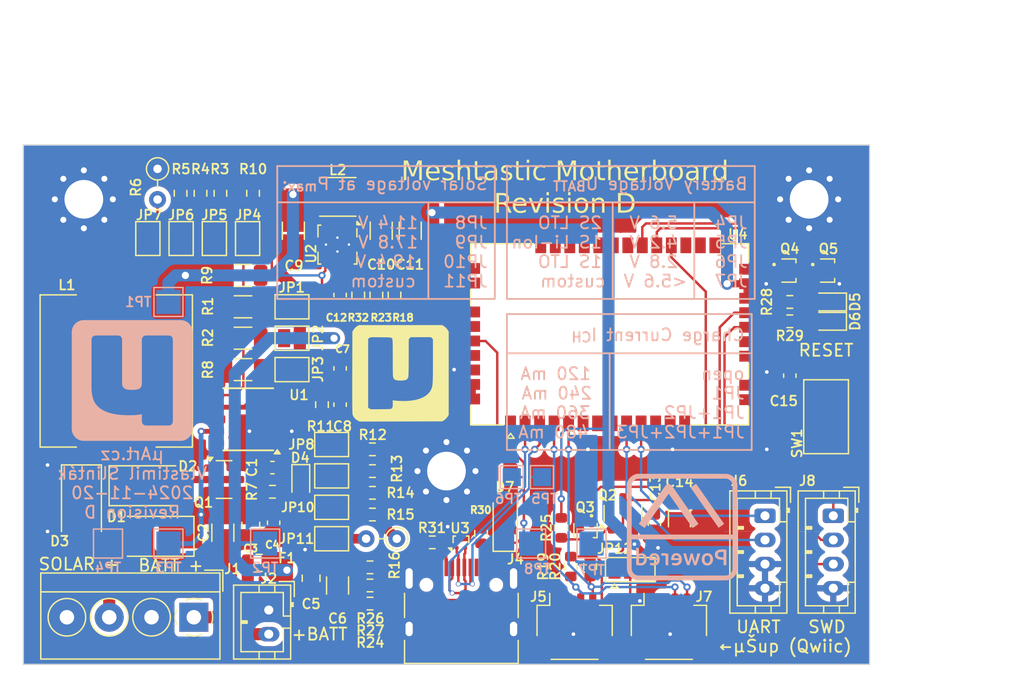
<source format=kicad_pcb>
(kicad_pcb
	(version 20240108)
	(generator "pcbnew")
	(generator_version "8.0")
	(general
		(thickness 1.6)
		(legacy_teardrops no)
	)
	(paper "A4")
	(title_block
		(title "Meshtastic Motherboard for RAK4630")
		(date "2024-11-20")
		(rev "D")
		(company "μArt.cz")
		(comment 1 "Vlastimil Slinták")
	)
	(layers
		(0 "F.Cu" signal)
		(31 "B.Cu" signal)
		(32 "B.Adhes" user "B.Adhesive")
		(33 "F.Adhes" user "F.Adhesive")
		(34 "B.Paste" user)
		(35 "F.Paste" user)
		(36 "B.SilkS" user "B.Silkscreen")
		(37 "F.SilkS" user "F.Silkscreen")
		(38 "B.Mask" user)
		(39 "F.Mask" user)
		(40 "Dwgs.User" user "User.Drawings")
		(41 "Cmts.User" user "User.Comments")
		(42 "Eco1.User" user "User.Eco1")
		(43 "Eco2.User" user "User.Eco2")
		(44 "Edge.Cuts" user)
		(45 "Margin" user)
		(46 "B.CrtYd" user "B.Courtyard")
		(47 "F.CrtYd" user "F.Courtyard")
		(48 "B.Fab" user)
		(49 "F.Fab" user)
		(50 "User.1" user)
		(51 "User.2" user)
		(52 "User.3" user)
		(53 "User.4" user)
		(54 "User.5" user)
		(55 "User.6" user)
		(56 "User.7" user)
		(57 "User.8" user)
		(58 "User.9" user)
	)
	(setup
		(stackup
			(layer "F.SilkS"
				(type "Top Silk Screen")
			)
			(layer "F.Paste"
				(type "Top Solder Paste")
			)
			(layer "F.Mask"
				(type "Top Solder Mask")
				(thickness 0.01)
			)
			(layer "F.Cu"
				(type "copper")
				(thickness 0.035)
			)
			(layer "dielectric 1"
				(type "core")
				(thickness 1.51)
				(material "FR4")
				(epsilon_r 4.5)
				(loss_tangent 0.02)
			)
			(layer "B.Cu"
				(type "copper")
				(thickness 0.035)
			)
			(layer "B.Mask"
				(type "Bottom Solder Mask")
				(thickness 0.01)
			)
			(layer "B.Paste"
				(type "Bottom Solder Paste")
			)
			(layer "B.SilkS"
				(type "Bottom Silk Screen")
			)
			(copper_finish "None")
			(dielectric_constraints no)
		)
		(pad_to_mask_clearance 0)
		(allow_soldermask_bridges_in_footprints no)
		(aux_axis_origin 114 78)
		(grid_origin 114 78)
		(pcbplotparams
			(layerselection 0x00010fc_ffffffff)
			(plot_on_all_layers_selection 0x0000000_00000000)
			(disableapertmacros no)
			(usegerberextensions yes)
			(usegerberattributes yes)
			(usegerberadvancedattributes yes)
			(creategerberjobfile no)
			(dashed_line_dash_ratio 12.000000)
			(dashed_line_gap_ratio 3.000000)
			(svgprecision 6)
			(plotframeref no)
			(viasonmask no)
			(mode 1)
			(useauxorigin no)
			(hpglpennumber 1)
			(hpglpenspeed 20)
			(hpglpendiameter 15.000000)
			(pdf_front_fp_property_popups yes)
			(pdf_back_fp_property_popups yes)
			(dxfpolygonmode yes)
			(dxfimperialunits yes)
			(dxfusepcbnewfont yes)
			(psnegative no)
			(psa4output no)
			(plotreference yes)
			(plotvalue no)
			(plotfptext yes)
			(plotinvisibletext no)
			(sketchpadsonfab no)
			(subtractmaskfromsilk yes)
			(outputformat 1)
			(mirror no)
			(drillshape 0)
			(scaleselection 1)
			(outputdirectory "../gerbers/")
		)
	)
	(net 0 "")
	(net 1 "VS")
	(net 2 "Net-(U1-VG)")
	(net 3 "GND")
	(net 4 "+BATT")
	(net 5 "Net-(C7-Pad1)")
	(net 6 "VCC")
	(net 7 "+3V3")
	(net 8 "unconnected-(U4-P0.25-Pad24)")
	(net 9 "Net-(JP12-A)")
	(net 10 "/RESET")
	(net 11 "Net-(D1-A)")
	(net 12 "Net-(D2-K)")
	(net 13 "Net-(D2-A)")
	(net 14 "Net-(D4-A)")
	(net 15 "Net-(D4-K)")
	(net 16 "Net-(D5-K)")
	(net 17 "Net-(D5-A)")
	(net 18 "Net-(D6-K)")
	(net 19 "Net-(D6-A)")
	(net 20 "/VBUS")
	(net 21 "/USB+")
	(net 22 "/USB-")
	(net 23 "Net-(J4-CC1)")
	(net 24 "/SWDCLK")
	(net 25 "/SWDIO")
	(net 26 "/LED1")
	(net 27 "/LED2")
	(net 28 "/VEXT")
	(net 29 "Net-(J4-CC2)")
	(net 30 "unconnected-(J4-SBU2-PadB8)")
	(net 31 "/I2C1_SDA")
	(net 32 "/I2C1_SCL")
	(net 33 "/AIN0")
	(net 34 "unconnected-(J4-SBU1-PadA8)")
	(net 35 "Net-(JP1-A)")
	(net 36 "Net-(JP2-A)")
	(net 37 "Net-(JP3-A)")
	(net 38 "Net-(JP4-A)")
	(net 39 "Net-(JP5-A)")
	(net 40 "Net-(JP6-A)")
	(net 41 "Net-(JP7-A)")
	(net 42 "Net-(JP8-A)")
	(net 43 "Net-(JP9-B)")
	(net 44 "Net-(JP10-A)")
	(net 45 "/TXD1")
	(net 46 "/RXD1")
	(net 47 "unconnected-(U4-P0.24-Pad23)")
	(net 48 "Net-(JP11-A)")
	(net 49 "Net-(U2-L2)")
	(net 50 "Net-(U2-L1)")
	(net 51 "Net-(Q1-G)")
	(net 52 "Net-(Q2-G)")
	(net 53 "Net-(U1-COM)")
	(net 54 "/3V3_EXT")
	(net 55 "Net-(U2-FB)")
	(net 56 "unconnected-(U4-P0.16-Pad7)")
	(net 57 "unconnected-(U4-P0.10-Pad12)")
	(net 58 "unconnected-(U4-P0.04-Pad41)")
	(net 59 "/FB+")
	(net 60 "unconnected-(U4-P0.17-Pad8)")
	(net 61 "unconnected-(U4-P0.21-Pad11)")
	(net 62 "unconnected-(U4-RF_BT-Pad15)")
	(net 63 "unconnected-(U4-P0.02-Pad30)")
	(net 64 "unconnected-(U4-P0.31-Pad39)")
	(net 65 "unconnected-(U4-P0.30-Pad33)")
	(net 66 "unconnected-(U4-P0.03-Pad29)")
	(net 67 "unconnected-(U4-P0.09-Pad13)")
	(net 68 "unconnected-(U4-RF_LoRa-Pad37)")
	(net 69 "unconnected-(U4-P0.26-Pad34)")
	(net 70 "unconnected-(U4-P0.15-Pad6)")
	(net 71 "/VP-")
	(net 72 "unconnected-(U4-P0.28-Pad31)")
	(net 73 "Net-(R23-Pad1)")
	(net 74 "Net-(R24-Pad2)")
	(net 75 "unconnected-(U4-P0.29-Pad32)")
	(net 76 "unconnected-(U4-P1.01-Pad25)")
	(net 77 "Net-(J1-Pin_1)")
	(footprint "Capacitor_SMD:C_1206_3216Metric" (layer "F.Cu") (at 143.6 85.1 -90))
	(footprint "Resistor_SMD:R_0603_1608Metric" (layer "F.Cu") (at 142.875 103.2 180))
	(footprint "Package_TO_SOT_SMD:SOT-416" (layer "F.Cu") (at 177.4 88.4))
	(footprint "Fuse:Fuse_0805_2012Metric" (layer "F.Cu") (at 133.5 112.6))
	(footprint "Capacitor_SMD:C_0603_1608Metric" (layer "F.Cu") (at 140.2 90.425 90))
	(footprint "Connector_JST:JST_SH_SM04B-SRSS-TB_1x04-1MP_P1.00mm_Horizontal" (layer "F.Cu") (at 167.4 117.9))
	(footprint "Capacitor_SMD:C_1206_3216Metric" (layer "F.Cu") (at 146 85.1 -90))
	(footprint "Package_TO_SOT_SMD:SOT-23" (layer "F.Cu") (at 163.6 108.5 90))
	(footprint "Jumper:SolderJumper-2_P1.3mm_Open_Pad1.0x1.5mm" (layer "F.Cu") (at 139.5 110.6 180))
	(footprint "Resistor_SMD:R_0603_1608Metric" (layer "F.Cu") (at 138.7 99.5 -90))
	(footprint "Resistor_SMD:R_0603_1608Metric" (layer "F.Cu") (at 142.675 112.97 180))
	(footprint "Jumper:SolderJumper-2_P1.3mm_Open_Pad1.0x1.5mm" (layer "F.Cu") (at 124.298125 85.75 -90))
	(footprint "Jumper:SolderJumper-2_P1.3mm_Open_Pad1.0x1.5mm" (layer "F.Cu") (at 127.048125 85.75 -90))
	(footprint "Capacitor_SMD:C_1206_3216Metric" (layer "F.Cu") (at 139.99 114.475 90))
	(footprint "Package_SO:SSOP-10_3.9x4.9mm_P1.00mm" (layer "F.Cu") (at 132.601875 100.7125 180))
	(footprint "Resistor_SMD:R_0603_1608Metric" (layer "F.Cu") (at 127.00375 82 -90))
	(footprint "Connector_USB:USB_C_Receptacle_HRO_TYPE-C-31-M-12" (layer "F.Cu") (at 150.23 117.02))
	(footprint "Capacitor_SMD:C_1206_3216Metric" (layer "F.Cu") (at 136.334375 85.1 -90))
	(footprint "Jumper:SolderJumper-2_P1.3mm_Open_Pad1.0x1.5mm" (layer "F.Cu") (at 139.5 105.4))
	(footprint "Resistor_SMD:R_0603_1608Metric" (layer "F.Cu") (at 160.88 112.9 -90))
	(footprint "Resistor_SMD:R_0603_1608Metric" (layer "F.Cu") (at 158.5 109.7 -90))
	(footprint "Resistor_SMD:R_0603_1608Metric" (layer "F.Cu") (at 144.7 90.425 90))
	(footprint "Capacitor_SMD:C_0603_1608Metric" (layer "F.Cu") (at 166.2 109.35 -90))
	(footprint "Resistor_SMD:R_0603_1608Metric" (layer "F.Cu") (at 134.601875 106.7125 180))
	(footprint "LOGO" (layer "F.Cu") (at 145.2 96.9))
	(footprint "Resistor_SMD:R_1206_3216Metric" (layer "F.Cu") (at 132.16875 96.6))
	(footprint "Resistor_SMD:R_0603_1608Metric" (layer "F.Cu") (at 142.875 108.6 180))
	(footprint "Jumper:SolderJumper-2_P1.3mm_Open_Pad1.0x1.5mm" (layer "F.Cu") (at 136.21875 91.4))
	(footprint "Resistor_SMD:R_0603_1608Metric" (layer "F.Cu") (at 151.86 110.15 -90))
	(footprint "Jumper:SolderJumper-2_P1.3mm_Open_Pad1.0x1.5mm" (layer "F.Cu") (at 136.21875 96.6))
	(footprint "LED_SMD:LED_0603_1608Metric" (layer "F.Cu") (at 180.601875 92.6 180))
	(footprint "Diode_SMD:D_SMA" (layer "F.Cu") (at 124.601875 106.2125))
	(footprint "Resistor_SMD:R_1206_3216Metric" (layer "F.Cu") (at 132.16 88.8))
	(footprint "Capacitor_SMD:C_0603_1608Metric" (layer "F.Cu") (at 134.601875 104.7125))
	(footprint "Resistor_SMD:R_0603_1608Metric" (layer "F.Cu") (at 130.3 82 -90))
	(footprint "Jumper:SolderJumper-3_P1.3mm_Open_Pad1.0x1.5mm" (layer "F.Cu") (at 164.2 113.1575))
	(footprint "Resistor_SMD:R_0603_1608Metric" (layer "F.Cu") (at 147.825 110.9))
	(footprint "Diode_SMD:D_SOD-123" (layer "F.Cu") (at 153.86 109.28 90))
	(footprint "LED_SMD:LED_0603_1608Metric" (layer "F.Cu") (at 136.95 105.95 -90))
	(footprint "Resistor_SMD:R_0603_1608Metric" (layer "F.Cu") (at 143.2 90.425 90))
	(footprint "Capacitor_SMD:C_0603_1608Metric" (layer "F.Cu") (at 140.2 96.5 90))
	(footprint "Resistor_SMD:R_0603_1608Metric"
		(layer "F.Cu")
		(uuid "889ae976-c0eb-483a-b3da-cbdd37c58012")
		(at 177.401875 91)
		(descr "Resistor SMD 0603 (1608 Metric), square (rectangular) end terminal, IPC_7351 nominal, (Body size source: IPC-SM-782 page 72, https://www.pcb-3d.com/wordpress/wp-content/uploads/ipc-sm-782a_amendment_1_and_2.pdf), generated with kicad-footprint-generator")
		(tags "resistor")
		(property "Reference" "R28"
			(at -1.901875 0 90)
			(layer "F.SilkS")
			(uuid "0b51ebae-42d7-44ec-ad3d-4e52361e5406")
			(effects
				(font
					(size 0.8 0.8)
					(thickness 0.15)
				)
			)
		)
		(property "Value" "4k7"
			(at 0 1.43 0)
			(layer "F.Fab")
			(uuid "96a57769-5975-44ef-9aad-0f591e327fe7")
			(effects
				(font
					(size 1 1)
					(thickness 0.15)
				)
			)
		)
		(property "Footprint" "Resistor_SMD:R_0603_1608Metric"
			(at 0 0 0)
			(layer "F.Fab")
			(hide ye
... [645570 chars truncated]
</source>
